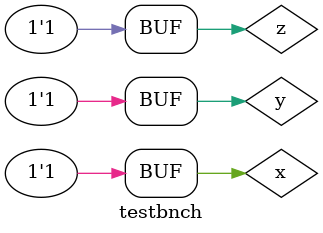
<source format=v>
module threeipgatelevel(x,y,z,F,Fn);
input x,y,z;
output F,Fn;
wire nx,ny,xyz1,xyz2,xy1,xy2,nf1,nf2,f1;
not n1(nx,x);
not n2(ny,y);
and a1(xy1,nx,ny);
and a2(xyz1,xy1,z);
and a3(xy2,nx,y);
and a4(xyz2,xy2,z);
and a5(xy3,ny,x);
or o1(f1,xyz1,xyz2);
or o2(F,f1,xy3);
or o3(nf1,xyz1,xyz2);
or o4(nf2,f1,xy3);
not n3(Fn,nf2);
endmodule

module testbnch();
reg x,y,z;
wire F,Fn;
threeipgatelevel tst(x,y,z,F,Fn);
initial
begin
$monitor($time,"x=%b,y=%b,z=%b,F=%b,Fn=%b",x,y,z,F,Fn);
    x=1'b0;y=1'b0;z=1'b0; //1
#50 x=1'b0;y=1'b0;z=1'b1; //2
#50 x=1'b0;y=1'b1;z=1'b0; //3
#50 x=1'b0;y=1'b1;z=1'b1; //4
#50 x=1'b1;y=1'b0;z=1'b0; //5
#50 x=1'b1;y=1'b0;z=1'b1; //6
#50 x=1'b1;y=1'b1;z=1'b0; //7
#50 x=1'b1;y=1'b1;z=1'b1; //8
end
endmodule
</source>
